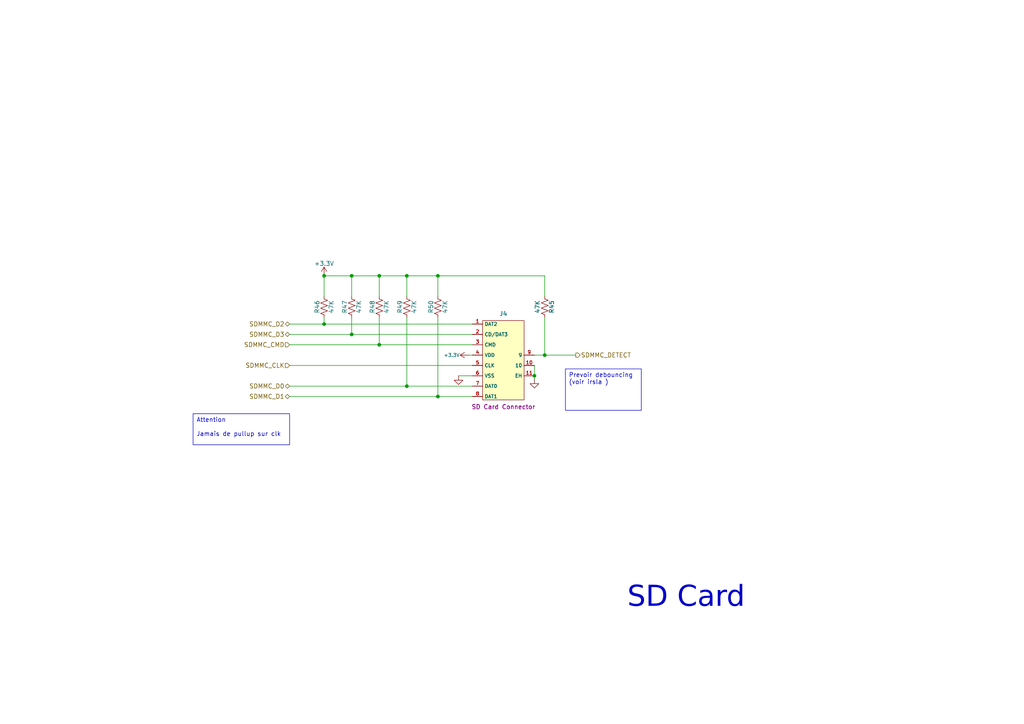
<source format=kicad_sch>
(kicad_sch (version 20250114) (generator "eeschema") (generator_version "9.0")
  (paper "A4")
  (lib_symbols
    (symbol "Connectors:sd_molex_503398-1892"
      (property "Reference" "J" (at 3 2 0))
      (property "Description" "SD Card Connector" (at 8 -24 0))
      (symbol "sd_molex_503398-1892_0_1"
        (rectangle (start 3 1) (end 15 -22) (fill (type background)))
      )
      (symbol "sd_molex_503398-1892_1_1"
        (pin bidirectional line (at 0 0 0) (length 3) (name "DAT2") (number "1"))
        (pin bidirectional line (at 0 -3 0) (length 3) (name "CD/DAT3") (number "2"))
        (pin input line (at 0 -6 0) (length 3) (name "CMD") (number "3"))
        (pin power_in line (at 0 -9 0) (length 3) (name "VDD") (number "4"))
        (pin input line (at 0 -12 0) (length 3) (name "CLK") (number "5"))
        (pin power_in line (at 0 -15 0) (length 3) (name "VSS") (number "6"))
        (pin bidirectional line (at 0 -18 0) (length 3) (name "DAT0") (number "7"))
        (pin bidirectional line (at 0 -21 0) (length 3) (name "DAT1") (number "8"))
        (pin output line (at 18 -9 180) (length 3) (name "9") (number "9"))
        (pin passive line (at 18 -12 180) (length 3) (name "10") (number "10"))
        (pin passive line (at 18 -15 180) (length 3) (name "EH") (number "11"))
      )
    )
    (symbol "Generics:R" (pin_numbers (hide yes)) (pin_names (offset 0) (hide yes))
      (property "Reference" "R" (at 3 2 0))
      (property "Value" "NI" (at 3 -2.1 0))
      (symbol "R_0_1"
        (polyline (pts (xy 0.7 0) (xy 1.081 1.016) (xy 1.462 0) (xy 1.843 -1.016) (xy 2.224 0)))
        (polyline (pts (xy 2.224 0) (xy 2.605 1.016) (xy 2.986 0) (xy 3.367 -1.016) (xy 3.748 0)))
        (polyline (pts (xy 3.748 0) (xy 4.129 1.016) (xy 4.51 0) (xy 4.891 -1.016) (xy 5.272 0)))
      )
      (symbol "R_1_1"
        (pin passive line (at 0 0 0) (length 0.7) (name "1") (number "1"))
        (pin passive line (at 6 0 180) (length 0.7) (name "1") (number "2"))
      )
    )
    (symbol "Power:+3.3V" (power) (pin_numbers (hide yes)) (pin_names (offset 0) (hide yes))
      (property "Value" "+3.3V" (at 0 3.556 0))
      (symbol "+3.3V_0_1"
        (polyline (pts (xy -0.762 1.27) (xy 0 2.54)))
        (polyline (pts (xy 0 2.54) (xy 0.762 1.27)))
        (polyline (pts (xy 0 0) (xy 0 2.54)))
      )
      (symbol "+3.3V_1_1"
        (pin power_in line (at 0 0 90) (length 0) (hide yes) (name "+3.3V") (number "1"))
      )
    )
    (symbol "Power:GND" (power) (pin_numbers (hide yes)) (pin_names (offset 0) (hide yes))
      (symbol "GND_0_1"
        (polyline (pts (xy 0 0) (xy 0 -1.27) (xy 1.27 -1.27) (xy 0 -2.54) (xy -1.27 -1.27) (xy 0 -1.27)))
      )
      (symbol "GND_1_1"
        (pin power_in line (at 0 0 270) (length 0) (hide yes) (name "GND") (number "1"))
      )
    )
  )
  (text "SD Card" (at 199 175 0) (effects (font (size 6 6))))
  (text_box "Prevoir debouncing (voir irsla )" (at 164 107 0) (size 22 12) (margins 0.9525 0.9525 0.9525 0.9525) (effects (font (size 1.27 1.27)) (justify left top)))
  (text_box "Attention\n\nJamais de pullup sur clk" (at 56 120 0) (size 28 9) (margins 0.9525 0.9525 0.9525 0.9525) (effects (font (size 1.27 1.27)) (justify left top)))
  (junction (at 155 109))
  (junction (at 102 80))
  (junction (at 127 80))
  (junction (at 110 80))
  (junction (at 110 100))
  (junction (at 94 80))
  (junction (at 94 94))
  (junction (at 118 80))
  (junction (at 102 97))
  (junction (at 118 112))
  (junction (at 127 115))
  (junction (at 158 103))
  (wire (pts (xy 133 109) (xy 137 109)))
  (wire (pts (xy 84 115) (xy 127 115)))
  (wire (pts (xy 118 112) (xy 137 112)))
  (wire (pts (xy 118 80) (xy 127 80)))
  (wire (pts (xy 94 80) (xy 102 80)))
  (wire (pts (xy 94 94) (xy 137 94)))
  (wire (pts (xy 127 80) (xy 158 80)))
  (wire (pts (xy 102 80) (xy 110 80)))
  (wire (pts (xy 118 92) (xy 118 112)))
  (wire (pts (xy 155 106) (xy 155 109)))
  (wire (pts (xy 155 103) (xy 158 103)))
  (wire (pts (xy 84 112) (xy 118 112)))
  (wire (pts (xy 84 106) (xy 137 106)))
  (wire (pts (xy 110 92) (xy 110 100)))
  (wire (pts (xy 158 92) (xy 158 103)))
  (wire (pts (xy 102 92) (xy 102 97)))
  (wire (pts (xy 94 86) (xy 94 80)))
  (wire (pts (xy 94 92) (xy 94 94)))
  (wire (pts (xy 84 94) (xy 94 94)))
  (wire (pts (xy 127 115) (xy 137 115)))
  (wire (pts (xy 127 80) (xy 127 86)))
  (wire (pts (xy 110 100) (xy 137 100)))
  (wire (pts (xy 158 103) (xy 167 103)))
  (wire (pts (xy 84 97) (xy 102 97)))
  (wire (pts (xy 102 97) (xy 137 97)))
  (wire (pts (xy 136 103) (xy 137 103)))
  (wire (pts (xy 118 80) (xy 118 86)))
  (wire (pts (xy 110 80) (xy 118 80)))
  (wire (pts (xy 84 100) (xy 110 100)))
  (wire (pts (xy 127 92) (xy 127 115)))
  (wire (pts (xy 110 80) (xy 110 86)))
  (wire (pts (xy 158 80) (xy 158 86)))
  (wire (pts (xy 102 80) (xy 102 86)))
  (wire (pts (xy 155 109) (xy 155 110)))
  (hierarchical_label "SDMMC_D0" (shape bidirectional) (at 84 112 180))
  (hierarchical_label "SDMMC_D3" (shape bidirectional) (at 84 97 180))
  (hierarchical_label "SDMMC_D2" (shape bidirectional) (at 84 94 180))
  (hierarchical_label "SDMMC_CMD" (shape input) (at 84 100 180))
  (hierarchical_label "SDMMC_DETECT" (shape output) (at 167 103 0))
  (hierarchical_label "SDMMC_CLK" (shape input) (at 84 106 180))
  (hierarchical_label "SDMMC_D1" (shape bidirectional) (at 84 115 180))
  (symbol (lib_id "Power:GND") (at 133 109 0) (unit 1)
    (property "Reference" "#PWR081" (effects (hide yes)))
    (property "Value" "GND" (effects (hide yes)))
    (property "Description" "Power symbol creates a global label with name \"GND\"" (effects (hide yes)))
  )
  (symbol (lib_id "Generics:R") (at 110 92 90) (unit 1)
    (property "Reference" "R48" (at 108 89 0) (effects (font (size 1.25 1.25))))
    (property "Value" "47K" (at 112.1 89 0) (effects (font (size 1.25 1.25))))
    (property "Footprint" "Generics:R_0402" (effects (hide yes)))
    (property "Description" "Resistor" (effects (hide yes)))
    (property "LCSC Part #" "C25792" (effects (hide yes)))
  )
  (symbol (lib_id "Generics:R") (at 158 86 270) (unit 1)
    (property "Reference" "R45" (at 160 89 0) (effects (font (size 1.25 1.25))))
    (property "Value" "47K" (at 155.9 89 0) (effects (font (size 1.25 1.25))))
    (property "Footprint" "Generics:R_0402" (effects (hide yes)))
    (property "Description" "Resistor" (effects (hide yes)))
    (property "LCSC Part #" "C25792" (effects (hide yes)))
  )
  (symbol (lib_id "Power:GND") (at 155 110 0) (unit 1)
    (property "Reference" "#PWR082" (effects (hide yes)))
    (property "Value" "GND" (effects (hide yes)))
    (property "Description" "Power symbol creates a global label with name \"GND\"" (effects (hide yes)))
  )
  (symbol (lib_id "Generics:R") (at 118 92 90) (unit 1)
    (property "Reference" "R49" (at 116 89 0) (effects (font (size 1.25 1.25))))
    (property "Value" "47K" (at 120.1 89 0) (effects (font (size 1.25 1.25))))
    (property "Footprint" "Generics:R_0402" (effects (hide yes)))
    (property "Description" "Resistor" (effects (hide yes)))
    (property "LCSC Part #" "C25792" (effects (hide yes)))
  )
  (symbol (lib_id "Power:+3.3V") (at 136 103 90) (unit 1)
    (property "Reference" "#PWR080" (effects (hide yes)))
    (property "Value" "+3.3V" (at 131 103 90) (effects (font (size 1 1))))
    (property "Description" "Power symbol creates a global label with name \"+3.3V\"" (effects (hide yes)))
  )
  (symbol (lib_id "Connectors:sd_molex_503398-1892") (at 137 94 0) (unit 1)
    (property "Reference" "J4" (at 146 91 0))
    (property "Footprint" "Connectors:MOLEX_503398-1892" (effects (hide yes)))
    (property "Datasheet" "kicad-embed://2407081336_MOLEX-5033981892_C428492.pdf" (effects (hide yes)))
    (property "Description" "SD Card Connector" (at 146 118 0))
    (property "LCSC Part #" "C428492" (effects (hide yes)))
    (property "Part #" "MOLEX SDCARD 503398-1892" (effects (hide yes)))
  )
  (symbol (lib_id "Power:+3.3V") (at 94 80 0) (unit 1)
    (property "Reference" "#PWR079" (effects (hide yes)))
    (property "Value" "+3.3V" (at 94 76.444 0) (effects (font (size 1.25 1.25))))
    (property "Description" "Power symbol creates a global label with name \"+3.3V\"" (effects (hide yes)))
  )
  (symbol (lib_id "Generics:R") (at 127 92 90) (unit 1)
    (property "Reference" "R50" (at 125 89 0) (effects (font (size 1.25 1.25))))
    (property "Value" "47K" (at 129.1 89 0) (effects (font (size 1.25 1.25))))
    (property "Footprint" "Generics:R_0402" (effects (hide yes)))
    (property "Description" "Resistor" (effects (hide yes)))
    (property "LCSC Part #" "C25792" (effects (hide yes)))
  )
  (symbol (lib_id "Generics:R") (at 102 92 90) (unit 1)
    (property "Reference" "R47" (at 100 89 0) (effects (font (size 1.25 1.25))))
    (property "Value" "47K" (at 104.1 89 0) (effects (font (size 1.25 1.25))))
    (property "Footprint" "Generics:R_0402" (effects (hide yes)))
    (property "Description" "Resistor" (effects (hide yes)))
    (property "LCSC Part #" "C25792" (effects (hide yes)))
  )
  (symbol (lib_id "Generics:R") (at 94 92 90) (unit 1)
    (property "Reference" "R46" (at 92 89 0) (effects (font (size 1.25 1.25))))
    (property "Value" "47K" (at 96.1 89 0) (effects (font (size 1.25 1.25))))
    (property "Footprint" "Generics:R_0402" (effects (hide yes)))
    (property "Description" "Resistor" (effects (hide yes)))
    (property "LCSC Part #" "C25792" (effects (hide yes)))
  )
)
</source>
